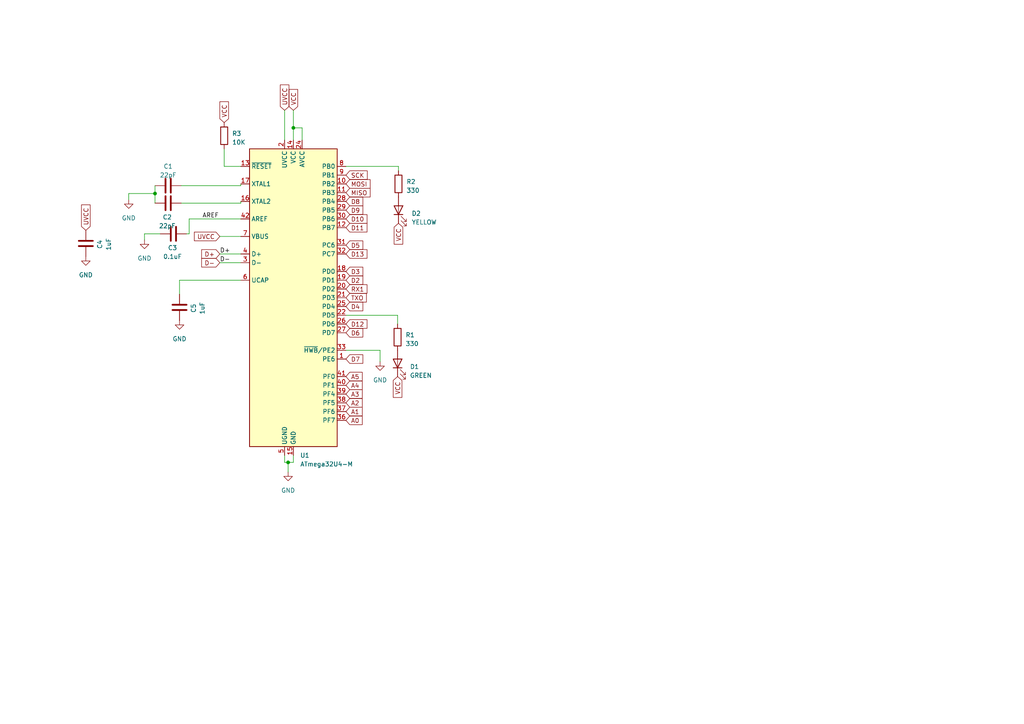
<source format=kicad_sch>
(kicad_sch (version 20230121) (generator eeschema)
  (paper "A4")
  (lib_symbols
    (symbol "Device:C" (pin_numbers hide) (pin_names (offset 0.254))
      (property "Reference" "C" (at 0.635 2.54 0))
      (property "Value" "C" (at 0.635 -2.54 0))
      (symbol "C_0_1"
        (polyline (pts (xy -2.032 -0.762) (xy 2.032 -0.762)) (stroke (width 0.508)))
        (polyline (pts (xy -2.032 0.762) (xy 2.032 0.762)) (stroke (width 0.508)))
      )
      (symbol "C_1_1"
        (pin passive line (at 0 3.81 270) (length 2.794) (name "~") (number "1"))
        (pin passive line (at 0 -3.81 90) (length 2.794) (name "~") (number "2"))
      )
    )
    (symbol "Device:LED" (pin_numbers hide) (pin_names (offset 1.016) hide)
      (property "Reference" "D" (at 0 2.54 0))
      (property "Value" "LED" (at 0 -2.54 0))
      (symbol "LED_0_1"
        (polyline (pts (xy -1.27 -1.27) (xy -1.27 1.27)) (stroke (width 0.254)))
        (polyline (pts (xy -1.27 0) (xy 1.27 0)))
        (polyline (pts (xy 1.27 -1.27) (xy 1.27 1.27) (xy -1.27 0) (xy 1.27 -1.27)) (stroke (width 0.254)))
        (polyline (pts (xy -3.048 -0.762) (xy -4.572 -2.286) (xy -3.81 -2.286) (xy -4.572 -2.286) (xy -4.572 -1.524)))
        (polyline (pts (xy -1.778 -0.762) (xy -3.302 -2.286) (xy -2.54 -2.286) (xy -3.302 -2.286) (xy -3.302 -1.524)))
      )
      (symbol "LED_1_1"
        (pin passive line (at -3.81 0 0) (length 2.54) (name "K") (number "1"))
        (pin passive line (at 3.81 0 180) (length 2.54) (name "A") (number "2"))
      )
    )
    (symbol "Device:R" (pin_numbers hide) (pin_names (offset 0))
      (property "Reference" "R" (at 2.032 0 90))
      (property "Value" "R" (at 0 0 90))
      (symbol "R_0_1"
        (rectangle (start -1.016 -2.54) (end 1.016 2.54) (stroke (width 0.254)))
      )
      (symbol "R_1_1"
        (pin passive line (at 0 3.81 270) (length 1.27) (name "~") (number "1"))
        (pin passive line (at 0 -3.81 90) (length 1.27) (name "~") (number "2"))
      )
    )
    (symbol "MCU_Microchip_ATmega:ATmega32U4-M"
      (property "Reference" "U" (at -12.7 44.45 0))
      (property "Value" "ATmega32U4-M" (at 2.54 -44.45 0))
      (symbol "ATmega32U4-M_0_1"
        (rectangle (start -12.7 -43.18) (end 12.7 43.18) (stroke (width 0.254)) (fill (type background)))
      )
      (symbol "ATmega32U4-M_1_1"
        (pin bidirectional line (at 15.24 -17.78 180) (length 2.54) (name "PE6") (number "1"))
        (pin bidirectional line (at 15.24 33.02 180) (length 2.54) (name "PB2") (number "10"))
        (pin bidirectional line (at 15.24 30.48 180) (length 2.54) (name "PB3") (number "11"))
        (pin bidirectional line (at 15.24 20.32 180) (length 2.54) (name "PB7") (number "12"))
        (pin input line (at -15.24 38.1 0) (length 2.54) (name "~{RESET}") (number "13"))
        (pin power_in line (at 0 45.72 270) (length 2.54) (name "VCC") (number "14"))
        (pin power_in line (at 0 -45.72 90) (length 2.54) (name "GND") (number "15"))
        (pin output line (at -15.24 27.94 0) (length 2.54) (name "XTAL2") (number "16"))
        (pin input line (at -15.24 33.02 0) (length 2.54) (name "XTAL1") (number "17"))
        (pin bidirectional line (at 15.24 7.62 180) (length 2.54) (name "PD0") (number "18"))
        (pin bidirectional line (at 15.24 5.08 180) (length 2.54) (name "PD1") (number "19"))
        (pin power_in line (at -2.54 45.72 270) (length 2.54) (name "UVCC") (number "2"))
        (pin bidirectional line (at 15.24 2.54 180) (length 2.54) (name "PD2") (number "20"))
        (pin bidirectional line (at 15.24 0 180) (length 2.54) (name "PD3") (number "21"))
        (pin bidirectional line (at 15.24 -5.08 180) (length 2.54) (name "PD5") (number "22"))
        (pin passive line (at 0 -45.72 90) (length 2.54) hide (name "GND") (number "23"))
        (pin power_in line (at 2.54 45.72 270) (length 2.54) (name "AVCC") (number "24"))
        (pin bidirectional line (at 15.24 -2.54 180) (length 2.54) (name "PD4") (number "25"))
        (pin bidirectional line (at 15.24 -7.62 180) (length 2.54) (name "PD6") (number "26"))
        (pin bidirectional line (at 15.24 -10.16 180) (length 2.54) (name "PD7") (number "27"))
        (pin bidirectional line (at 15.24 27.94 180) (length 2.54) (name "PB4") (number "28"))
        (pin bidirectional line (at 15.24 25.4 180) (length 2.54) (name "PB5") (number "29"))
        (pin bidirectional line (at -15.24 10.16 0) (length 2.54) (name "D-") (number "3"))
        (pin bidirectional line (at 15.24 22.86 180) (length 2.54) (name "PB6") (number "30"))
        (pin bidirectional line (at 15.24 15.24 180) (length 2.54) (name "PC6") (number "31"))
        (pin bidirectional line (at 15.24 12.7 180) (length 2.54) (name "PC7") (number "32"))
        (pin bidirectional line (at 15.24 -15.24 180) (length 2.54) (name "~{HWB}/PE2") (number "33"))
        (pin passive line (at 0 45.72 270) (length 2.54) hide (name "VCC") (number "34"))
        (pin passive line (at 0 -45.72 90) (length 2.54) hide (name "GND") (number "35"))
        (pin bidirectional line (at 15.24 -35.56 180) (length 2.54) (name "PF7") (number "36"))
        (pin bidirectional line (at 15.24 -33.02 180) (length 2.54) (name "PF6") (number "37"))
        (pin bidirectional line (at 15.24 -30.48 180) (length 2.54) (name "PF5") (number "38"))
        (pin bidirectional line (at 15.24 -27.94 180) (length 2.54) (name "PF4") (number "39"))
        (pin bidirectional line (at -15.24 12.7 0) (length 2.54) (name "D+") (number "4"))
        (pin bidirectional line (at 15.24 -25.4 180) (length 2.54) (name "PF1") (number "40"))
        (pin bidirectional line (at 15.24 -22.86 180) (length 2.54) (name "PF0") (number "41"))
        (pin passive line (at -15.24 22.86 0) (length 2.54) (name "AREF") (number "42"))
        (pin passive line (at 0 -45.72 90) (length 2.54) hide (name "GND") (number "43"))
        (pin passive line (at 2.54 45.72 270) (length 2.54) hide (name "AVCC") (number "44"))
        (pin passive line (at 0 -45.72 90) (length 2.54) hide (name "GND") (number "45"))
        (pin passive line (at -2.54 -45.72 90) (length 2.54) (name "UGND") (number "5"))
        (pin passive line (at -15.24 5.08 0) (length 2.54) (name "UCAP") (number "6"))
        (pin input line (at -15.24 17.78 0) (length 2.54) (name "VBUS") (number "7"))
        (pin bidirectional line (at 15.24 38.1 180) (length 2.54) (name "PB0") (number "8"))
        (pin bidirectional line (at 15.24 35.56 180) (length 2.54) (name "PB1") (number "9"))
      )
    )
    (symbol "power:GND" (power) (pin_names (offset 0))
      (property "Value" "GND" (at 0 -3.81 0))
      (symbol "GND_0_1"
        (polyline (pts (xy 0 0) (xy 0 -1.27) (xy 1.27 -1.27) (xy 0 -2.54) (xy -1.27 -1.27) (xy 0 -1.27)))
      )
      (symbol "GND_1_1"
        (pin power_in line (at 0 0 270) (length 0) hide (name "GND") (number "1"))
      )
    )
  )
  (junction (at 44.958 56.134))
  (junction (at 85.09 37.084))
  (junction (at 83.566 134.112))
  (wire (pts (xy 85.09 37.084) (xy 87.63 37.084)))
  (wire (pts (xy 52.07 81.28) (xy 52.07 85.344)))
  (wire (pts (xy 37.338 56.134) (xy 44.958 56.134)))
  (wire (pts (xy 100.33 48.26) (xy 115.57 48.26)))
  (wire (pts (xy 115.57 48.26) (xy 115.57 49.53)))
  (wire (pts (xy 44.958 56.134) (xy 44.958 58.928)))
  (wire (pts (xy 100.33 91.44) (xy 115.316 91.44)))
  (wire (pts (xy 82.55 134.112) (xy 83.566 134.112)))
  (wire (pts (xy 69.85 58.928) (xy 69.85 58.42)))
  (wire (pts (xy 52.578 53.848) (xy 69.85 53.848)))
  (wire (pts (xy 85.09 132.08) (xy 85.09 134.112)))
  (wire (pts (xy 69.85 81.28) (xy 52.07 81.28)))
  (wire (pts (xy 65.024 43.18) (xy 65.024 48.26)))
  (wire (pts (xy 115.316 91.44) (xy 115.316 93.98)))
  (wire (pts (xy 85.09 134.112) (xy 83.566 134.112)))
  (wire (pts (xy 41.91 69.596) (xy 41.91 67.818)))
  (wire (pts (xy 82.55 32.004) (xy 82.55 40.64)))
  (wire (pts (xy 54.864 67.818) (xy 54.864 63.5)))
  (wire (pts (xy 110.236 101.6) (xy 110.236 104.902)))
  (wire (pts (xy 82.55 132.08) (xy 82.55 134.112)))
  (wire (pts (xy 52.578 58.928) (xy 69.85 58.928)))
  (wire (pts (xy 54.864 63.5) (xy 69.85 63.5)))
  (wire (pts (xy 85.09 32.004) (xy 85.09 37.084)))
  (wire (pts (xy 37.338 57.912) (xy 37.338 56.134)))
  (wire (pts (xy 83.566 134.112) (xy 83.566 136.906)))
  (wire (pts (xy 69.85 53.848) (xy 69.85 53.34)))
  (wire (pts (xy 44.958 53.848) (xy 44.958 56.134)))
  (wire (pts (xy 63.754 76.2) (xy 69.85 76.2)))
  (wire (pts (xy 85.09 37.084) (xy 85.09 40.64)))
  (wire (pts (xy 100.33 101.6) (xy 110.236 101.6)))
  (wire (pts (xy 87.63 37.084) (xy 87.63 40.64)))
  (wire (pts (xy 63.754 73.66) (xy 69.85 73.66)))
  (wire (pts (xy 65.024 48.26) (xy 69.85 48.26)))
  (wire (pts (xy 54.102 67.818) (xy 54.864 67.818)))
  (wire (pts (xy 63.754 68.58) (xy 69.85 68.58)))
  (wire (pts (xy 41.91 67.818) (xy 46.482 67.818)))
  (label "AREF" (at 58.674 63.5 0))
  (label "D-" (at 63.754 76.2 0))
  (label "D+" (at 63.754 73.66 0))
  (global_label "MOSI" (shape input) (at 100.33 53.34 0) (property "Intersheetrefs" "${INTERSHEET_REFS}" (effects hide)))
  (global_label "VCC" (shape input) (at 115.316 109.22 270) (property "Intersheetrefs" "${INTERSHEET_REFS}" (effects hide)))
  (global_label "D-" (shape input) (at 63.754 76.2 180) (property "Intersheetrefs" "${INTERSHEET_REFS}" (effects hide)))
  (global_label "UVCC" (shape input) (at 63.754 68.58 180) (property "Intersheetrefs" "${INTERSHEET_REFS}" (effects hide)))
  (global_label "VCC" (shape input) (at 115.57 64.77 270) (property "Intersheetrefs" "${INTERSHEET_REFS}" (effects hide)))
  (global_label "D12" (shape input) (at 100.33 93.98 0) (property "Intersheetrefs" "${INTERSHEET_REFS}" (effects hide)))
  (global_label "RX1" (shape input) (at 100.33 83.82 0) (property "Intersheetrefs" "${INTERSHEET_REFS}" (effects hide)))
  (global_label "D+" (shape input) (at 63.754 73.66 180) (property "Intersheetrefs" "${INTERSHEET_REFS}" (effects hide)))
  (global_label "D13" (shape input) (at 100.33 73.66 0) (property "Intersheetrefs" "${INTERSHEET_REFS}" (effects hide)))
  (global_label "D5" (shape input) (at 100.33 71.12 0) (property "Intersheetrefs" "${INTERSHEET_REFS}" (effects hide)))
  (global_label "A5" (shape input) (at 100.33 109.22 0) (property "Intersheetrefs" "${INTERSHEET_REFS}" (effects hide)))
  (global_label "D7" (shape input) (at 100.33 104.14 0) (property "Intersheetrefs" "${INTERSHEET_REFS}" (effects hide)))
  (global_label "TXO" (shape input) (at 100.33 86.36 0) (property "Intersheetrefs" "${INTERSHEET_REFS}" (effects hide)))
  (global_label "SCK" (shape input) (at 100.33 50.8 0) (property "Intersheetrefs" "${INTERSHEET_REFS}" (effects hide)))
  (global_label "A3" (shape input) (at 100.33 114.3 0) (property "Intersheetrefs" "${INTERSHEET_REFS}" (effects hide)))
  (global_label "D2" (shape input) (at 100.33 81.28 0) (property "Intersheetrefs" "${INTERSHEET_REFS}" (effects hide)))
  (global_label "D11" (shape input) (at 100.33 66.04 0) (property "Intersheetrefs" "${INTERSHEET_REFS}" (effects hide)))
  (global_label "VCC" (shape input) (at 65.024 35.56 90) (property "Intersheetrefs" "${INTERSHEET_REFS}" (effects hide)))
  (global_label "D3" (shape input) (at 100.33 78.74 0) (property "Intersheetrefs" "${INTERSHEET_REFS}" (effects hide)))
  (global_label "A0" (shape input) (at 100.33 121.92 0) (property "Intersheetrefs" "${INTERSHEET_REFS}" (effects hide)))
  (global_label "D4" (shape input) (at 100.33 88.9 0) (property "Intersheetrefs" "${INTERSHEET_REFS}" (effects hide)))
  (global_label "D8" (shape input) (at 100.33 58.42 0) (property "Intersheetrefs" "${INTERSHEET_REFS}" (effects hide)))
  (global_label "A4" (shape input) (at 100.33 111.76 0) (property "Intersheetrefs" "${INTERSHEET_REFS}" (effects hide)))
  (global_label "VCC" (shape input) (at 85.09 32.004 90) (property "Intersheetrefs" "${INTERSHEET_REFS}" (effects hide)))
  (global_label "D6" (shape input) (at 100.33 96.52 0) (property "Intersheetrefs" "${INTERSHEET_REFS}" (effects hide)))
  (global_label "UVCC" (shape input) (at 82.55 32.004 90) (property "Intersheetrefs" "${INTERSHEET_REFS}" (effects hide)))
  (global_label "UVCC" (shape input) (at 24.892 66.802 90) (property "Intersheetrefs" "${INTERSHEET_REFS}" (effects hide)))
  (global_label "MISO" (shape input) (at 100.33 55.88 0) (property "Intersheetrefs" "${INTERSHEET_REFS}" (effects hide)))
  (global_label "D10" (shape input) (at 100.33 63.5 0) (property "Intersheetrefs" "${INTERSHEET_REFS}" (effects hide)))
  (global_label "A2" (shape input) (at 100.33 116.84 0) (property "Intersheetrefs" "${INTERSHEET_REFS}" (effects hide)))
  (global_label "A1" (shape input) (at 100.33 119.38 0) (property "Intersheetrefs" "${INTERSHEET_REFS}" (effects hide)))
  (global_label "D9" (shape input) (at 100.33 60.96 0) (property "Intersheetrefs" "${INTERSHEET_REFS}" (effects hide)))
  (symbol (lib_id "power:GND") (at 24.892 74.422 0) (unit 1)
    (property "Reference" "#PWR05" (effects hide))
    (property "Value" "GND" (at 24.892 79.756 0))
  )
  (symbol (lib_id "MCU_Microchip_ATmega:ATmega32U4-M") (at 85.09 86.36 0) (unit 1)
    (property "Reference" "U1" (at 87.0459 132.08 0) (effects (justify left)))
    (property "Value" "ATmega32U4-M" (at 87.0459 134.62 0) (effects (justify left)))
    (property "Footprint" "Package_DFN_QFN:QFN-44-1EP_7x7mm_P0.5mm_EP5.2x5.2mm" (effects hide))
    (property "Datasheet" "http://ww1.microchip.com/downloads/en/DeviceDoc/Atmel-7766-8-bit-AVR-ATmega16U4-32U4_Datasheet.pdf" (effects hide))
  )
  (symbol (lib_id "power:GND") (at 52.07 92.964 0) (unit 1)
    (property "Reference" "#PWR06" (effects hide))
    (property "Value" "GND" (at 52.07 98.298 0))
  )
  (symbol (lib_id "Device:R") (at 65.024 39.37 0) (unit 1)
    (property "Reference" "R3" (at 67.31 38.735 0) (effects (justify left)))
    (property "Value" "10K" (at 67.31 41.275 0) (effects (justify left)))
  )
  (symbol (lib_id "Device:R") (at 115.57 53.34 0) (unit 1)
    (property "Reference" "R2" (at 117.856 52.705 0) (effects (justify left)))
    (property "Value" "330" (at 117.856 55.245 0) (effects (justify left)))
  )
  (symbol (lib_id "Device:C") (at 50.292 67.818 90) (unit 1)
    (property "Reference" "C3" (at 50.038 71.882 90))
    (property "Value" "0.1uF" (at 50.038 74.422 90))
  )
  (symbol (lib_id "power:GND") (at 83.566 136.906 0) (unit 1)
    (property "Reference" "#PWR01" (effects hide))
    (property "Value" "GND" (at 83.566 142.24 0))
  )
  (symbol (lib_id "Device:C") (at 52.07 89.154 180) (unit 1)
    (property "Reference" "C5" (at 56.134 89.408 90))
    (property "Value" "1uF" (at 58.674 89.408 90))
  )
  (symbol (lib_id "Device:C") (at 48.768 58.928 90) (unit 1)
    (property "Reference" "C2" (at 48.514 62.992 90))
    (property "Value" "22pF" (at 48.514 65.532 90))
  )
  (symbol (lib_id "Device:C") (at 48.768 53.848 90) (unit 1)
    (property "Reference" "C1" (at 48.768 48.26 90))
    (property "Value" "22pF" (at 48.768 50.8 90))
  )
  (symbol (lib_id "Device:C") (at 24.892 70.612 180) (unit 1)
    (property "Reference" "C4" (at 28.956 70.866 90))
    (property "Value" "1uF" (at 31.496 70.866 90))
  )
  (symbol (lib_id "Device:LED") (at 115.316 105.41 90) (unit 1)
    (property "Reference" "D1" (at 118.872 106.3625 90) (effects (justify right)))
    (property "Value" "GREEN" (at 118.872 108.9025 90) (effects (justify right)))
  )
  (symbol (lib_id "power:GND") (at 110.236 104.902 0) (unit 1)
    (property "Reference" "#PWR02" (effects hide))
    (property "Value" "GND" (at 110.236 110.236 0))
  )
  (symbol (lib_id "Device:LED") (at 115.57 60.96 90) (unit 1)
    (property "Reference" "D2" (at 119.38 61.9125 90) (effects (justify right)))
    (property "Value" "YELLOW" (at 119.38 64.4525 90) (effects (justify right)))
  )
  (symbol (lib_id "power:GND") (at 41.91 69.596 0) (unit 1)
    (property "Reference" "#PWR04" (effects hide))
    (property "Value" "GND" (at 41.91 74.93 0))
  )
  (symbol (lib_id "Device:R") (at 115.316 97.79 0) (unit 1)
    (property "Reference" "R1" (at 117.602 97.155 0) (effects (justify left)))
    (property "Value" "330" (at 117.602 99.695 0) (effects (justify left)))
  )
  (symbol (lib_id "power:GND") (at 37.338 57.912 0) (unit 1)
    (property "Reference" "#PWR03" (effects hide))
    (property "Value" "GND" (at 37.338 63.246 0))
  )
)
</source>
